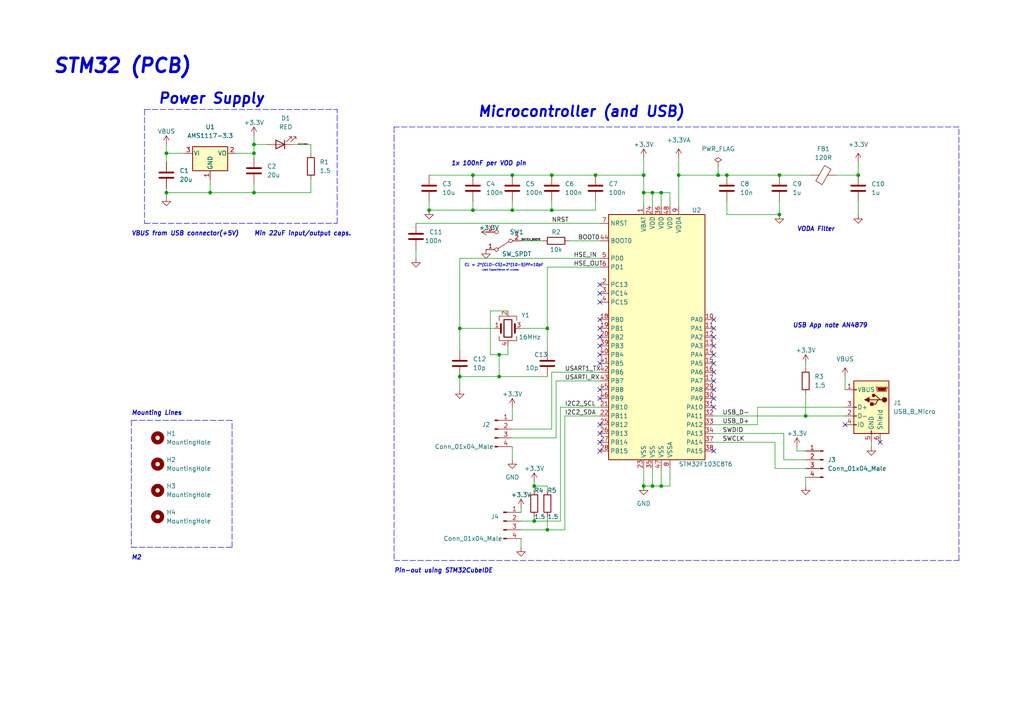
<source format=kicad_sch>
(kicad_sch (version 20211123) (generator eeschema)
  (paper "A4")
  (title_block (title "STM32(PCB)") (date "02-09-2022"))
  (lib_symbols
    (symbol "Connector:Conn_01x04_Male" (pin_names (offset 1.016) hide)
      (property "Reference" "J" (at 0 5.08 0))
      (property "Value" "Conn_01x04_Male" (at 0 -7.62 0))
      (symbol "Conn_01x04_Male_1_1"
        (polyline (pts (xy 1.27 -5.08) (xy 0.8636 -5.08)) (stroke (width 0.1524)))
        (polyline (pts (xy 1.27 -2.54) (xy 0.8636 -2.54)) (stroke (width 0.1524)))
        (polyline (pts (xy 1.27 0) (xy 0.8636 0)) (stroke (width 0.1524)))
        (polyline (pts (xy 1.27 2.54) (xy 0.8636 2.54)) (stroke (width 0.1524)))
        (rectangle (start 0.8636 -4.953) (end 0 -5.207) (stroke (width 0.1524)) (fill (type outline)))
        (rectangle (start 0.8636 -2.413) (end 0 -2.667) (stroke (width 0.1524)) (fill (type outline)))
        (rectangle (start 0.8636 0.127) (end 0 -0.127) (stroke (width 0.1524)) (fill (type outline)))
        (rectangle (start 0.8636 2.667) (end 0 2.413) (stroke (width 0.1524)) (fill (type outline)))
        (pin passive line (at 5.08 2.54 180) (length 3.81) (name "Pin_1") (number "1"))
        (pin passive line (at 5.08 0 180) (length 3.81) (name "Pin_2") (number "2"))
        (pin passive line (at 5.08 -2.54 180) (length 3.81) (name "Pin_3") (number "3"))
        (pin passive line (at 5.08 -5.08 180) (length 3.81) (name "Pin_4") (number "4"))
      )
    )
    (symbol "Connector:USB_B_Micro" (pin_names (offset 1.016))
      (property "Reference" "J" (at -5.08 11.43 0))
      (property "Value" "USB_B_Micro" (at -5.08 8.89 0))
      (symbol "USB_B_Micro_0_1"
        (rectangle (start -5.08 -7.62) (end 5.08 7.62) (stroke (width 0.254)) (fill (type background)))
        (circle (center -3.81 2.159) (radius 0.635) (stroke (width 0.254)) (fill (type outline)))
        (circle (center -0.635 3.429) (radius 0.381) (stroke (width 0.254)) (fill (type outline)))
        (rectangle (start -0.127 -7.62) (end 0.127 -6.858))
        (polyline (pts (xy -1.905 2.159) (xy 0.635 2.159)) (stroke (width 0.254)))
        (polyline (pts (xy -3.175 2.159) (xy -2.54 2.159) (xy -1.27 3.429) (xy -0.635 3.429)) (stroke (width 0.254)))
        (polyline (pts (xy -2.54 2.159) (xy -1.905 2.159) (xy -1.27 0.889) (xy 0 0.889)) (stroke (width 0.254)))
        (polyline (pts (xy 0.635 2.794) (xy 0.635 1.524) (xy 1.905 2.159) (xy 0.635 2.794)) (stroke (width 0.254)) (fill (type outline)))
        (polyline (pts (xy -4.318 5.588) (xy -1.778 5.588) (xy -2.032 4.826) (xy -4.064 4.826) (xy -4.318 5.588)) (fill (type outline)))
        (polyline (pts (xy -4.699 5.842) (xy -4.699 5.588) (xy -4.445 4.826) (xy -4.445 4.572) (xy -1.651 4.572) (xy -1.651 4.826) (xy -1.397 5.588) (xy -1.397 5.842) (xy -4.699 5.842)))
        (rectangle (start 0.254 1.27) (end -0.508 0.508) (stroke (width 0.254)) (fill (type outline)))
        (rectangle (start 5.08 -5.207) (end 4.318 -4.953))
        (rectangle (start 5.08 -2.667) (end 4.318 -2.413))
        (rectangle (start 5.08 -0.127) (end 4.318 0.127))
        (rectangle (start 5.08 4.953) (end 4.318 5.207))
      )
      (symbol "USB_B_Micro_1_1"
        (pin power_out line (at 7.62 5.08 180) (length 2.54) (name "VBUS") (number "1"))
        (pin bidirectional line (at 7.62 -2.54 180) (length 2.54) (name "D-") (number "2"))
        (pin bidirectional line (at 7.62 0 180) (length 2.54) (name "D+") (number "3"))
        (pin passive line (at 7.62 -5.08 180) (length 2.54) (name "ID") (number "4"))
        (pin power_out line (at 0 -10.16 90) (length 2.54) (name "GND") (number "5"))
        (pin passive line (at -2.54 -10.16 90) (length 2.54) (name "Shield") (number "6"))
      )
    )
    (symbol "Device:C" (pin_numbers hide) (pin_names (offset 0.254))
      (property "Reference" "C" (at 0.635 2.54 0))
      (property "Value" "C" (at 0.635 -2.54 0))
      (symbol "C_0_1"
        (polyline (pts (xy -2.032 -0.762) (xy 2.032 -0.762)) (stroke (width 0.508)))
        (polyline (pts (xy -2.032 0.762) (xy 2.032 0.762)) (stroke (width 0.508)))
      )
      (symbol "C_1_1"
        (pin passive line (at 0 3.81 270) (length 2.794) (name "~") (number "1"))
        (pin passive line (at 0 -3.81 90) (length 2.794) (name "~") (number "2"))
      )
    )
    (symbol "Device:Crystal_GND24" (pin_names (offset 1.016) hide)
      (property "Reference" "Y" (at 3.175 5.08 0))
      (property "Value" "Crystal_GND24" (at 3.175 3.175 0))
      (symbol "Crystal_GND24_0_1"
        (rectangle (start -1.143 2.54) (end 1.143 -2.54) (stroke (width 0.3048)))
        (polyline (pts (xy -2.54 0) (xy -2.032 0)))
        (polyline (pts (xy -2.032 -1.27) (xy -2.032 1.27)) (stroke (width 0.508)))
        (polyline (pts (xy 0 -3.81) (xy 0 -3.556)))
        (polyline (pts (xy 0 3.556) (xy 0 3.81)))
        (polyline (pts (xy 2.032 -1.27) (xy 2.032 1.27)) (stroke (width 0.508)))
        (polyline (pts (xy 2.032 0) (xy 2.54 0)))
        (polyline (pts (xy -2.54 -2.286) (xy -2.54 -3.556) (xy 2.54 -3.556) (xy 2.54 -2.286)))
        (polyline (pts (xy -2.54 2.286) (xy -2.54 3.556) (xy 2.54 3.556) (xy 2.54 2.286)))
      )
      (symbol "Crystal_GND24_1_1"
        (pin passive line (at -3.81 0 0) (length 1.27) (name "1") (number "1"))
        (pin passive line (at 0 5.08 270) (length 1.27) (name "2") (number "2"))
        (pin passive line (at 3.81 0 180) (length 1.27) (name "3") (number "3"))
        (pin passive line (at 0 -5.08 90) (length 1.27) (name "4") (number "4"))
      )
    )
    (symbol "Device:FerriteBead" (pin_numbers hide) (pin_names (offset 0))
      (property "Reference" "FB" (at -3.81 0.635 90))
      (property "Value" "FerriteBead" (at 3.81 0 90))
      (symbol "FerriteBead_0_1"
        (polyline (pts (xy 0 -1.27) (xy 0 -1.2192)))
        (polyline (pts (xy 0 1.27) (xy 0 1.2954)))
        (polyline (pts (xy -2.7686 0.4064) (xy -1.7018 2.2606) (xy 2.7686 -0.3048) (xy 1.6764 -2.159) (xy -2.7686 0.4064)))
      )
      (symbol "FerriteBead_1_1"
        (pin passive line (at 0 3.81 270) (length 2.54) (name "~") (number "1"))
        (pin passive line (at 0 -3.81 90) (length 2.54) (name "~") (number "2"))
      )
    )
    (symbol "Device:LED" (pin_numbers hide) (pin_names (offset 1.016) hide)
      (property "Reference" "D" (at 0 2.54 0))
      (property "Value" "LED" (at 0 -2.54 0))
      (symbol "LED_0_1"
        (polyline (pts (xy -1.27 -1.27) (xy -1.27 1.27)) (stroke (width 0.254)))
        (polyline (pts (xy -1.27 0) (xy 1.27 0)))
        (polyline (pts (xy 1.27 -1.27) (xy 1.27 1.27) (xy -1.27 0) (xy 1.27 -1.27)) (stroke (width 0.254)))
        (polyline (pts (xy -3.048 -0.762) (xy -4.572 -2.286) (xy -3.81 -2.286) (xy -4.572 -2.286) (xy -4.572 -1.524)))
        (polyline (pts (xy -1.778 -0.762) (xy -3.302 -2.286) (xy -2.54 -2.286) (xy -3.302 -2.286) (xy -3.302 -1.524)))
      )
      (symbol "LED_1_1"
        (pin passive line (at -3.81 0 0) (length 2.54) (name "K") (number "1"))
        (pin passive line (at 3.81 0 180) (length 2.54) (name "A") (number "2"))
      )
    )
    (symbol "Device:R" (pin_numbers hide) (pin_names (offset 0))
      (property "Reference" "R" (at 2.032 0 90))
      (property "Value" "R" (at 0 0 90))
      (symbol "R_0_1"
        (rectangle (start -1.016 -2.54) (end 1.016 2.54) (stroke (width 0.254)))
      )
      (symbol "R_1_1"
        (pin passive line (at 0 3.81 270) (length 1.27) (name "~") (number "1"))
        (pin passive line (at 0 -3.81 90) (length 1.27) (name "~") (number "2"))
      )
    )
    (symbol "MCU_ST_STM32F1:STM32F103C8Tx"
      (property "Reference" "U" (at -15.24 36.83 0))
      (property "Value" "STM32F103C8Tx" (at 7.62 36.83 0))
      (symbol "STM32F103C8Tx_0_1"
        (rectangle (start -15.24 -35.56) (end 12.7 35.56) (stroke (width 0.254)) (fill (type background)))
      )
      (symbol "STM32F103C8Tx_1_1"
        (pin power_in line (at -5.08 38.1 270) (length 2.54) (name "VBAT") (number "1"))
        (pin bidirectional line (at 15.24 5.08 180) (length 2.54) (name "PA0") (number "10"))
        (pin bidirectional line (at 15.24 2.54 180) (length 2.54) (name "PA1") (number "11"))
        (pin bidirectional line (at 15.24 0 180) (length 2.54) (name "PA2") (number "12"))
        (pin bidirectional line (at 15.24 -2.54 180) (length 2.54) (name "PA3") (number "13"))
        (pin bidirectional line (at 15.24 -5.08 180) (length 2.54) (name "PA4") (number "14"))
        (pin bidirectional line (at 15.24 -7.62 180) (length 2.54) (name "PA5") (number "15"))
        (pin bidirectional line (at 15.24 -10.16 180) (length 2.54) (name "PA6") (number "16"))
        (pin bidirectional line (at 15.24 -12.7 180) (length 2.54) (name "PA7") (number "17"))
        (pin bidirectional line (at -17.78 5.08 0) (length 2.54) (name "PB0") (number "18"))
        (pin bidirectional line (at -17.78 2.54 0) (length 2.54) (name "PB1") (number "19"))
        (pin bidirectional line (at -17.78 15.24 0) (length 2.54) (name "PC13") (number "2"))
        (pin bidirectional line (at -17.78 0 0) (length 2.54) (name "PB2") (number "20"))
        (pin bidirectional line (at -17.78 -20.32 0) (length 2.54) (name "PB10") (number "21"))
        (pin bidirectional line (at -17.78 -22.86 0) (length 2.54) (name "PB11") (number "22"))
        (pin power_in line (at -5.08 -38.1 90) (length 2.54) (name "VSS") (number "23"))
        (pin power_in line (at -2.54 38.1 270) (length 2.54) (name "VDD") (number "24"))
        (pin bidirectional line (at -17.78 -25.4 0) (length 2.54) (name "PB12") (number "25"))
        (pin bidirectional line (at -17.78 -27.94 0) (length 2.54) (name "PB13") (number "26"))
        (pin bidirectional line (at -17.78 -30.48 0) (length 2.54) (name "PB14") (number "27"))
        (pin bidirectional line (at -17.78 -33.02 0) (length 2.54) (name "PB15") (number "28"))
        (pin bidirectional line (at 15.24 -15.24 180) (length 2.54) (name "PA8") (number "29"))
        (pin bidirectional line (at -17.78 12.7 0) (length 2.54) (name "PC14") (number "3"))
        (pin bidirectional line (at 15.24 -17.78 180) (length 2.54) (name "PA9") (number "30"))
        (pin bidirectional line (at 15.24 -20.32 180) (length 2.54) (name "PA10") (number "31"))
        (pin bidirectional line (at 15.24 -22.86 180) (length 2.54) (name "PA11") (number "32"))
        (pin bidirectional line (at 15.24 -25.4 180) (length 2.54) (name "PA12") (number "33"))
        (pin bidirectional line (at 15.24 -27.94 180) (length 2.54) (name "PA13") (number "34"))
        (pin power_in line (at -2.54 -38.1 90) (length 2.54) (name "VSS") (number "35"))
        (pin power_in line (at 0 38.1 270) (length 2.54) (name "VDD") (number "36"))
        (pin bidirectional line (at 15.24 -30.48 180) (length 2.54) (name "PA14") (number "37"))
        (pin bidirectional line (at 15.24 -33.02 180) (length 2.54) (name "PA15") (number "38"))
        (pin bidirectional line (at -17.78 -2.54 0) (length 2.54) (name "PB3") (number "39"))
        (pin bidirectional line (at -17.78 10.16 0) (length 2.54) (name "PC15") (number "4"))
        (pin bidirectional line (at -17.78 -5.08 0) (length 2.54) (name "PB4") (number "40"))
        (pin bidirectional line (at -17.78 -7.62 0) (length 2.54) (name "PB5") (number "41"))
        (pin bidirectional line (at -17.78 -10.16 0) (length 2.54) (name "PB6") (number "42"))
        (pin bidirectional line (at -17.78 -12.7 0) (length 2.54) (name "PB7") (number "43"))
        (pin input line (at -17.78 27.94 0) (length 2.54) (name "BOOT0") (number "44"))
        (pin bidirectional line (at -17.78 -15.24 0) (length 2.54) (name "PB8") (number "45"))
        (pin bidirectional line (at -17.78 -17.78 0) (length 2.54) (name "PB9") (number "46"))
        (pin power_in line (at 0 -38.1 90) (length 2.54) (name "VSS") (number "47"))
        (pin power_in line (at 2.54 38.1 270) (length 2.54) (name "VDD") (number "48"))
        (pin input line (at -17.78 22.86 0) (length 2.54) (name "PD0") (number "5"))
        (pin input line (at -17.78 20.32 0) (length 2.54) (name "PD1") (number "6"))
        (pin input line (at -17.78 33.02 0) (length 2.54) (name "NRST") (number "7"))
        (pin power_in line (at 2.54 -38.1 90) (length 2.54) (name "VSSA") (number "8"))
        (pin power_in line (at 5.08 38.1 270) (length 2.54) (name "VDDA") (number "9"))
      )
    )
    (symbol "Mechanical:MountingHole" (pin_names (offset 1.016))
      (property "Reference" "H" (at 0 5.08 0))
      (property "Value" "MountingHole" (at 0 3.175 0))
      (symbol "MountingHole_0_1"
        (circle (center 0 0) (radius 1.27) (stroke (width 1.27)))
      )
    )
    (symbol "Regulator_Linear:AMS1117-3.3" (pin_names (offset 0.254))
      (property "Reference" "U" (at -3.81 3.175 0))
      (property "Value" "AMS1117-3.3" (at 0 3.175 0))
      (symbol "AMS1117-3.3_0_1"
        (rectangle (start -5.08 -5.08) (end 5.08 1.905) (stroke (width 0.254)) (fill (type background)))
      )
      (symbol "AMS1117-3.3_1_1"
        (pin power_in line (at 0 -7.62 90) (length 2.54) (name "GND") (number "1"))
        (pin power_out line (at 7.62 0 180) (length 2.54) (name "VO") (number "2"))
        (pin power_in line (at -7.62 0 0) (length 2.54) (name "VI") (number "3"))
      )
    )
    (symbol "Switch:SW_SPDT" (pin_names (offset 0) hide)
      (property "Reference" "SW" (at 0 4.318 0))
      (property "Value" "SW_SPDT" (at 0 -5.08 0))
      (symbol "SW_SPDT_0_0"
        (circle (center -2.032 0) (radius 0.508))
        (circle (center 2.032 -2.54) (radius 0.508))
      )
      (symbol "SW_SPDT_0_1"
        (polyline (pts (xy -1.524 0.254) (xy 1.651 2.286)))
        (circle (center 2.032 2.54) (radius 0.508))
      )
      (symbol "SW_SPDT_1_1"
        (pin passive line (at 5.08 2.54 180) (length 2.54) (name "A") (number "1"))
        (pin passive line (at -5.08 0 0) (length 2.54) (name "B") (number "2"))
        (pin passive line (at 5.08 -2.54 180) (length 2.54) (name "C") (number "3"))
      )
    )
    (symbol "power:+3.3V" (power) (pin_names (offset 0))
      (property "Value" "+3.3V" (at 0 3.556 0))
      (symbol "+3.3V_0_1"
        (polyline (pts (xy -0.762 1.27) (xy 0 2.54)))
        (polyline (pts (xy 0 0) (xy 0 2.54)))
        (polyline (pts (xy 0 2.54) (xy 0.762 1.27)))
      )
      (symbol "+3.3V_1_1"
        (pin power_in line (at 0 0 90) (length 0) hide (name "+3.3V") (number "1"))
      )
    )
    (symbol "power:+3.3VA" (power) (pin_names (offset 0))
      (property "Value" "+3.3VA" (at 0 3.556 0))
      (symbol "+3.3VA_0_1"
        (polyline (pts (xy -0.762 1.27) (xy 0 2.54)))
        (polyline (pts (xy 0 0) (xy 0 2.54)))
        (polyline (pts (xy 0 2.54) (xy 0.762 1.27)))
      )
      (symbol "+3.3VA_1_1"
        (pin power_in line (at 0 0 90) (length 0) hide (name "+3.3VA") (number "1"))
      )
    )
    (symbol "power:GND" (power) (pin_names (offset 0))
      (property "Value" "GND" (at 0 -3.81 0))
      (symbol "GND_0_1"
        (polyline (pts (xy 0 0) (xy 0 -1.27) (xy 1.27 -1.27) (xy 0 -2.54) (xy -1.27 -1.27) (xy 0 -1.27)))
      )
      (symbol "GND_1_1"
        (pin power_in line (at 0 0 270) (length 0) hide (name "GND") (number "1"))
      )
    )
    (symbol "power:PWR_FLAG" (power) (pin_numbers hide) (pin_names (offset 0) hide)
      (property "Value" "PWR_FLAG" (at 0 3.81 0))
      (symbol "PWR_FLAG_0_0"
        (pin power_out line (at 0 0 90) (length 0) (name "pwr") (number "1"))
      )
      (symbol "PWR_FLAG_0_1"
        (polyline (pts (xy 0 0) (xy 0 1.27) (xy -1.016 1.905) (xy 0 2.54) (xy 1.016 1.905) (xy 0 1.27)))
      )
    )
    (symbol "power:VBUS" (power) (pin_names (offset 0))
      (property "Value" "VBUS" (at 0 3.81 0))
      (symbol "VBUS_0_1"
        (polyline (pts (xy -0.762 1.27) (xy 0 2.54)))
        (polyline (pts (xy 0 0) (xy 0 2.54)))
        (polyline (pts (xy 0 2.54) (xy 0.762 1.27)))
      )
      (symbol "VBUS_1_1"
        (pin power_in line (at 0 0 90) (length 0) hide (name "VBUS") (number "1"))
      )
    )
  )
  (junction (at 137.16 50.8))
  (junction (at 191.77 140.97))
  (junction (at 137.16 60.96))
  (junction (at 226.06 50.8))
  (junction (at 208.28 50.8))
  (junction (at 189.23 140.97))
  (junction (at 73.66 44.45))
  (junction (at 226.06 62.23))
  (junction (at 144.78 109.22))
  (junction (at 48.26 44.45))
  (junction (at 148.59 50.8))
  (junction (at 124.46 60.96))
  (junction (at 144.78 102.87))
  (junction (at 186.69 55.88))
  (junction (at 172.72 50.8))
  (junction (at 73.66 41.91))
  (junction (at 191.77 55.88))
  (junction (at 73.66 55.88))
  (junction (at 196.85 50.8))
  (junction (at 48.26 55.88))
  (junction (at 133.35 109.22))
  (junction (at 133.35 95.25))
  (junction (at 189.23 55.88))
  (junction (at 186.69 50.8))
  (junction (at 60.96 55.88))
  (junction (at 160.02 50.8))
  (junction (at 233.68 120.65))
  (junction (at 148.59 60.96))
  (junction (at 210.82 50.8))
  (junction (at 154.94 151.13))
  (junction (at 186.69 140.97))
  (junction (at 248.92 50.8))
  (junction (at 160.02 60.96))
  (junction (at 158.75 95.25))
  (junction (at 154.94 140.97))
  (junction (at 158.75 153.67))
  (no_connect (at 207.01 130.81))
  (no_connect (at 173.99 113.03))
  (no_connect (at 173.99 123.19))
  (no_connect (at 173.99 125.73))
  (no_connect (at 173.99 128.27))
  (no_connect (at 173.99 130.81))
  (no_connect (at 173.99 95.25))
  (no_connect (at 173.99 97.79))
  (no_connect (at 173.99 100.33))
  (no_connect (at 173.99 115.57))
  (no_connect (at 173.99 102.87))
  (no_connect (at 173.99 105.41))
  (no_connect (at 173.99 82.55))
  (no_connect (at 173.99 85.09))
  (no_connect (at 173.99 87.63))
  (no_connect (at 173.99 92.71))
  (no_connect (at 245.11 123.19))
  (no_connect (at 255.27 128.27))
  (no_connect (at 207.01 118.11))
  (no_connect (at 207.01 115.57))
  (no_connect (at 207.01 113.03))
  (no_connect (at 207.01 110.49))
  (no_connect (at 207.01 107.95))
  (no_connect (at 207.01 105.41))
  (no_connect (at 207.01 102.87))
  (no_connect (at 207.01 100.33))
  (no_connect (at 207.01 97.79))
  (no_connect (at 207.01 95.25))
  (no_connect (at 207.01 92.71))
  (wire (pts (xy 245.11 118.11) (xy 219.71 118.11)))
  (wire (pts (xy 151.13 151.13) (xy 154.94 151.13)))
  (polyline (pts (xy 97.79 64.77) (xy 97.79 31.75)))
  (wire (pts (xy 231.14 129.54) (xy 231.14 130.81)))
  (wire (pts (xy 163.83 120.65) (xy 163.83 153.67)))
  (wire (pts (xy 151.13 156.21) (xy 151.13 158.75)))
  (wire (pts (xy 151.13 153.67) (xy 158.75 153.67)))
  (wire (pts (xy 160.02 124.46) (xy 160.02 107.95)))
  (wire (pts (xy 142.24 102.87) (xy 144.78 102.87)))
  (wire (pts (xy 144.78 109.22) (xy 158.75 109.22)))
  (wire (pts (xy 48.26 46.99) (xy 48.26 44.45)))
  (polyline (pts (xy 114.3 39.37) (xy 114.3 162.56)))
  (wire (pts (xy 158.75 77.47) (xy 173.99 77.47)))
  (wire (pts (xy 208.28 48.26) (xy 208.28 50.8)))
  (wire (pts (xy 207.01 123.19) (xy 219.71 123.19)))
  (wire (pts (xy 224.79 135.89) (xy 233.68 135.89)))
  (wire (pts (xy 248.92 46.99) (xy 248.92 50.8)))
  (wire (pts (xy 233.68 138.43) (xy 233.68 140.97)))
  (wire (pts (xy 210.82 58.42) (xy 210.82 62.23)))
  (wire (pts (xy 172.72 50.8) (xy 186.69 50.8)))
  (wire (pts (xy 140.97 67.31) (xy 142.24 67.31)))
  (wire (pts (xy 60.96 52.07) (xy 60.96 55.88)))
  (wire (pts (xy 133.35 95.25) (xy 133.35 74.93)))
  (wire (pts (xy 143.51 95.25) (xy 133.35 95.25)))
  (wire (pts (xy 194.31 55.88) (xy 191.77 55.88)))
  (wire (pts (xy 242.57 50.8) (xy 248.92 50.8)))
  (wire (pts (xy 147.32 100.33) (xy 147.32 102.87)))
  (wire (pts (xy 124.46 58.42) (xy 124.46 60.96)))
  (wire (pts (xy 73.66 39.37) (xy 73.66 41.91)))
  (wire (pts (xy 48.26 55.88) (xy 60.96 55.88)))
  (wire (pts (xy 158.75 95.25) (xy 158.75 101.6)))
  (wire (pts (xy 233.68 120.65) (xy 245.11 120.65)))
  (wire (pts (xy 219.71 118.11) (xy 219.71 123.19)))
  (wire (pts (xy 144.78 102.87) (xy 144.78 109.22)))
  (wire (pts (xy 196.85 59.69) (xy 196.85 50.8)))
  (wire (pts (xy 154.94 140.97) (xy 154.94 142.24)))
  (wire (pts (xy 224.79 128.27) (xy 224.79 135.89)))
  (wire (pts (xy 148.59 129.54) (xy 148.59 133.35)))
  (wire (pts (xy 189.23 140.97) (xy 186.69 140.97)))
  (wire (pts (xy 73.66 55.88) (xy 90.17 55.88)))
  (polyline (pts (xy 114.3 162.56) (xy 278.13 162.56)))
  (wire (pts (xy 194.31 59.69) (xy 194.31 55.88)))
  (polyline (pts (xy 114.3 36.83) (xy 114.3 39.37)))
  (wire (pts (xy 124.46 50.8) (xy 137.16 50.8)))
  (wire (pts (xy 210.82 50.8) (xy 226.06 50.8)))
  (wire (pts (xy 185.42 142.24) (xy 186.69 142.24)))
  (wire (pts (xy 151.13 147.32) (xy 151.13 148.59)))
  (polyline (pts (xy 41.91 31.75) (xy 41.91 64.77)))
  (wire (pts (xy 231.14 130.81) (xy 233.68 130.81)))
  (wire (pts (xy 194.31 140.97) (xy 191.77 140.97)))
  (wire (pts (xy 233.68 105.41) (xy 233.68 106.68)))
  (wire (pts (xy 160.02 107.95) (xy 173.99 107.95)))
  (wire (pts (xy 245.11 109.22) (xy 245.11 113.03)))
  (wire (pts (xy 189.23 55.88) (xy 186.69 55.88)))
  (wire (pts (xy 85.09 41.91) (xy 90.17 41.91)))
  (wire (pts (xy 186.69 45.72) (xy 186.69 50.8)))
  (wire (pts (xy 120.65 64.77) (xy 173.99 64.77)))
  (polyline (pts (xy 38.1 158.75) (xy 67.31 158.75)))
  (wire (pts (xy 207.01 120.65) (xy 233.68 120.65)))
  (wire (pts (xy 68.58 44.45) (xy 73.66 44.45)))
  (wire (pts (xy 191.77 55.88) (xy 189.23 55.88)))
  (wire (pts (xy 160.02 50.8) (xy 172.72 50.8)))
  (wire (pts (xy 137.16 50.8) (xy 148.59 50.8)))
  (wire (pts (xy 154.94 139.7) (xy 154.94 140.97)))
  (wire (pts (xy 148.59 127) (xy 161.29 127)))
  (polyline (pts (xy 278.13 162.56) (xy 278.13 36.83)))
  (wire (pts (xy 191.77 140.97) (xy 189.23 140.97)))
  (polyline (pts (xy 67.31 158.75) (xy 67.31 121.92)))
  (wire (pts (xy 148.59 60.96) (xy 160.02 60.96)))
  (wire (pts (xy 172.72 60.96) (xy 172.72 58.42)))
  (wire (pts (xy 233.68 114.3) (xy 233.68 120.65)))
  (wire (pts (xy 163.83 120.65) (xy 173.99 120.65)))
  (wire (pts (xy 133.35 109.22) (xy 133.35 113.03)))
  (wire (pts (xy 124.46 60.96) (xy 137.16 60.96)))
  (wire (pts (xy 148.59 118.11) (xy 148.59 121.92)))
  (wire (pts (xy 137.16 60.96) (xy 148.59 60.96)))
  (wire (pts (xy 90.17 55.88) (xy 90.17 52.07)))
  (wire (pts (xy 158.75 149.86) (xy 158.75 153.67)))
  (wire (pts (xy 73.66 41.91) (xy 73.66 44.45)))
  (wire (pts (xy 210.82 62.23) (xy 226.06 62.23)))
  (wire (pts (xy 227.33 133.35) (xy 233.68 133.35)))
  (wire (pts (xy 158.75 140.97) (xy 158.75 142.24)))
  (wire (pts (xy 226.06 58.42) (xy 226.06 62.23)))
  (wire (pts (xy 148.59 124.46) (xy 160.02 124.46)))
  (wire (pts (xy 252.73 128.27) (xy 252.73 129.54)))
  (wire (pts (xy 73.66 55.88) (xy 73.66 53.34)))
  (wire (pts (xy 154.94 151.13) (xy 162.56 151.13)))
  (wire (pts (xy 186.69 55.88) (xy 186.69 59.69)))
  (wire (pts (xy 90.17 41.91) (xy 90.17 44.45)))
  (wire (pts (xy 120.65 72.39) (xy 120.65 74.93)))
  (wire (pts (xy 162.56 118.11) (xy 173.99 118.11)))
  (wire (pts (xy 191.77 135.89) (xy 191.77 140.97)))
  (wire (pts (xy 154.94 140.97) (xy 158.75 140.97)))
  (wire (pts (xy 148.59 50.8) (xy 160.02 50.8)))
  (wire (pts (xy 158.75 153.67) (xy 163.83 153.67)))
  (wire (pts (xy 189.23 135.89) (xy 189.23 140.97)))
  (wire (pts (xy 161.29 110.49) (xy 173.99 110.49)))
  (wire (pts (xy 160.02 60.96) (xy 172.72 60.96)))
  (polyline (pts (xy 41.91 31.75) (xy 97.79 31.75)))
  (wire (pts (xy 165.1 69.85) (xy 173.99 69.85)))
  (wire (pts (xy 133.35 74.93) (xy 173.99 74.93)))
  (wire (pts (xy 148.59 58.42) (xy 148.59 60.96)))
  (wire (pts (xy 189.23 59.69) (xy 189.23 55.88)))
  (wire (pts (xy 48.26 44.45) (xy 53.34 44.45)))
  (wire (pts (xy 73.66 44.45) (xy 73.66 45.72)))
  (wire (pts (xy 226.06 50.8) (xy 234.95 50.8)))
  (wire (pts (xy 207.01 125.73) (xy 227.33 125.73)))
  (wire (pts (xy 207.01 128.27) (xy 224.79 128.27)))
  (wire (pts (xy 48.26 55.88) (xy 48.26 57.15)))
  (wire (pts (xy 154.94 149.86) (xy 154.94 151.13)))
  (wire (pts (xy 191.77 59.69) (xy 191.77 55.88)))
  (wire (pts (xy 133.35 109.22) (xy 144.78 109.22)))
  (wire (pts (xy 48.26 41.91) (xy 48.26 44.45)))
  (polyline (pts (xy 38.1 121.92) (xy 38.1 158.75)))
  (wire (pts (xy 73.66 41.91) (xy 77.47 41.91)))
  (wire (pts (xy 248.92 58.42) (xy 248.92 62.23)))
  (wire (pts (xy 158.75 95.25) (xy 158.75 77.47)))
  (wire (pts (xy 142.24 90.17) (xy 142.24 102.87)))
  (wire (pts (xy 48.26 54.61) (xy 48.26 55.88)))
  (wire (pts (xy 151.13 95.25) (xy 158.75 95.25)))
  (polyline (pts (xy 38.1 121.92) (xy 67.31 121.92)))
  (wire (pts (xy 161.29 127) (xy 161.29 110.49)))
  (wire (pts (xy 186.69 142.24) (xy 186.69 140.97)))
  (wire (pts (xy 196.85 45.72) (xy 196.85 50.8)))
  (wire (pts (xy 194.31 135.89) (xy 194.31 140.97)))
  (polyline (pts (xy 41.91 64.77) (xy 97.79 64.77)))
  (wire (pts (xy 137.16 58.42) (xy 137.16 60.96)))
  (wire (pts (xy 144.78 102.87) (xy 147.32 102.87)))
  (wire (pts (xy 151.13 69.85) (xy 157.48 69.85)))
  (wire (pts (xy 160.02 58.42) (xy 160.02 60.96)))
  (wire (pts (xy 60.96 55.88) (xy 73.66 55.88)))
  (wire (pts (xy 133.35 95.25) (xy 133.35 101.6)))
  (wire (pts (xy 227.33 125.73) (xy 227.33 133.35)))
  (wire (pts (xy 147.32 90.17) (xy 142.24 90.17)))
  (wire (pts (xy 208.28 50.8) (xy 210.82 50.8)))
  (polyline (pts (xy 278.13 36.83) (xy 114.3 36.83)))
  (wire (pts (xy 196.85 50.8) (xy 208.28 50.8)))
  (wire (pts (xy 186.69 140.97) (xy 186.69 135.89)))
  (wire (pts (xy 186.69 50.8) (xy 186.69 55.88)))
  (wire (pts (xy 162.56 151.13) (xy 162.56 118.11)))
  (text "STM32 (PCB)" (at 15.24 21.59 0) (effects (font (size 4 4) bold italic) (justify left bottom)))
  (text "1x 100nF per VOD pin" (at 130.81 48.26 0) (effects (font (size 1.27 1.27) bold italic) (justify left bottom)))
  (text "Mounting Lines" (at 38.1 120.65 0) (effects (font (size 1.27 1.27) bold italic) (justify left bottom)))
  (text "CL = 2*(CLO-CS)=2*(10-5)Pf=10pF" (at 134.62 77.47 0) (effects (font (size 0.8 0.8) bold italic) (justify left bottom)))
  (text "Power Supply" (at 45.72 30.48 0) (effects (font (size 3 3) bold italic) (justify left bottom)))
  (text "M2" (at 38.1 162.56 0) (effects (font (size 1.27 1.27) bold italic) (justify left bottom)))
  (text "VODA Filter" (at 231.14 67.31 0) (effects (font (size 1.27 1.27) bold italic) (justify left bottom)))
  (text "Load Capacitance of crystal" (at 139.7 78.74 0) (effects (font (size 0.5 0.5) bold) (justify left bottom)))
  (text "Pin-out using STM32CubeIDE" (at 114.3 166.37 0) (effects (font (size 1.27 1.27) bold italic) (justify left bottom)))
  (text "USB App note AN4879" (at 229.87 95.25 0) (effects (font (size 1.27 1.27) bold italic) (justify left bottom)))
  (text "Min 22uF input/output caps." (at 73.66 68.58 0) (effects (font (size 1.27 1.27) bold italic) (justify left bottom)))
  (text "VBUS from USB connector(+5V)" (at 38.1 68.58 0) (effects (font (size 1.27 1.27) bold italic) (justify left bottom)))
  (text "Microcontroller (and USB)" (at 138.43 34.29 0) (effects (font (size 3 3) bold italic) (justify left bottom)))
  (label "SWCLK" (at 209.55 128.27 0))
  (label "NRST" (at 160.02 64.77 0))
  (label "USART1_TX" (at 163.83 107.95 0))
  (label "I2C2_SCL" (at 163.83 118.11 0))
  (label "USARTI_RX" (at 163.83 110.49 0))
  (label "SWITCH_BOOT0" (at 151.13 69.85 0) (effects (font (size 0.5 0.5))))
  (label "BOOT0" (at 167.64 69.85 0))
  (label "USB_D-" (at 209.55 120.65 0))
  (label "I2C2_SDA" (at 163.83 120.65 0))
  (label "SWDIO" (at 209.55 125.73 0))
  (label "HSE_OUT" (at 166.37 77.47 0))
  (label "HSE_IN" (at 166.37 74.93 0))
  (label "power led cathode" (at 86.36 41.91 0) (effects (font (size 0.2 0.2))))
  (label "USB_D+" (at 209.55 123.19 0))
  (symbol (lib_id "Device:C") (at 120.65 68.58 0) (unit 1)
    (property "Reference" "C11" (at 124.46 67.31 0) (effects (justify left)))
    (property "Value" "100n" (at 123.19 69.85 0) (effects (justify left)))
    (property "Footprint" "Capacitor_SMD:C_0402_1005Metric" (effects hide))
  )
  (symbol (lib_id "Device:C") (at 148.59 54.61 0) (unit 1)
    (property "Reference" "C5" (at 152.4 53.3399 0) (effects (justify left)))
    (property "Value" "100n" (at 152.4 55.8799 0) (effects (justify left)))
    (property "Footprint" "Capacitor_SMD:C_0402_1005Metric" (effects hide))
  )
  (symbol (lib_id "Connector:Conn_01x04_Male") (at 146.05 151.13 0) (unit 1)
    (property "Reference" "J4" (at 143.51 149.86 0))
    (property "Value" "Conn_01x04_Male" (at 137.16 156.21 0))
    (property "Footprint" "Connector_PinHeader_2.54mm:PinHeader_1x04_P2.54mm_Vertical" (effects hide))
  )
  (symbol (lib_id "Device:C") (at 172.72 54.61 0) (unit 1)
    (property "Reference" "C7" (at 176.53 53.3399 0) (effects (justify left)))
    (property "Value" "100n" (at 176.53 55.8799 0) (effects (justify left)))
    (property "Footprint" "Capacitor_SMD:C_0402_1005Metric" (effects hide))
  )
  (symbol (lib_id "Mechanical:MountingHole") (at 45.72 127 0) (unit 1)
    (property "Reference" "H1" (at 48.26 125.7299 0) (effects (justify left)))
    (property "Value" "MountingHole" (at 48.26 128.2699 0) (effects (justify left)))
    (property "Footprint" "MountingHole:MountingHole_2.2mm_M2" (effects hide))
  )
  (symbol (lib_id "power:+3.3V") (at 73.66 39.37 0) (unit 1)
    (property "Reference" "#PWR03" (effects hide))
    (property "Value" "+3.3V" (at 73.66 35.56 0))
  )
  (symbol (lib_id "Device:C") (at 48.26 50.8 0) (unit 1)
    (property "Reference" "C1" (at 52.07 49.5299 0) (effects (justify left)))
    (property "Value" "20u" (at 52.07 52.0699 0) (effects (justify left)))
    (property "Footprint" "Capacitor_SMD:C_0805_2012Metric" (effects hide))
  )
  (symbol (lib_id "power:+3.3V") (at 233.68 105.41 0) (unit 1)
    (property "Reference" "#PWR018" (effects hide))
    (property "Value" "+3.3V" (at 233.68 101.6 0))
  )
  (symbol (lib_id "MCU_ST_STM32F1:STM32F103C8Tx") (at 191.77 97.79 0) (unit 1)
    (property "Reference" "U2" (at 200.66 60.96 0) (effects (justify left)))
    (property "Value" "STM32F103C8T6" (at 196.85 134.62 0) (effects (justify left)))
    (property "Footprint" "Package_QFP:LQFP-48_7x7mm_P0.5mm" (effects hide))
    (property "Datasheet" "http://www.st.com/st-web-ui/static/active/en/resource/technical/document/datasheet/CD00161566.pdf" (effects hide))
  )
  (symbol (lib_id "Connector:Conn_01x04_Male") (at 238.76 133.35 0) (mirror y) (unit 1)
    (property "Reference" "J3" (at 240.03 133.3499 0) (effects (justify right)))
    (property "Value" "Conn_01x04_Male" (at 240.03 135.8899 0) (effects (justify right)))
    (property "Footprint" "Connector_PinHeader_2.54mm:PinHeader_1x04_P2.54mm_Vertical" (effects hide))
  )
  (symbol (lib_id "power:+3.3V") (at 142.24 67.31 90) (unit 1)
    (property "Reference" "#PWR07" (effects hide))
    (property "Value" "+3.3V" (at 144.78 66.04 90) (effects (justify left)))
  )
  (symbol (lib_id "power:GND") (at 151.13 158.75 0) (unit 1)
    (property "Reference" "#PWR011" (effects hide))
    (property "Value" "GND" (effects hide))
  )
  (symbol (lib_id "power:+3.3V") (at 151.13 147.32 0) (unit 1)
    (property "Reference" "#PWR010" (effects hide))
    (property "Value" "+3.3V" (at 151.13 143.51 0))
  )
  (symbol (lib_id "Device:Crystal_GND24") (at 147.32 95.25 0) (unit 1)
    (property "Reference" "Y1" (at 152.4 91.44 0))
    (property "Value" "16MHz" (at 153.67 97.79 0))
    (property "Footprint" "Crystal:Crystal_SMD_3225-4Pin_3.2x2.5mm" (effects hide))
  )
  (symbol (lib_id "power:PWR_FLAG") (at 208.28 48.26 0) (unit 1)
    (property "Reference" "#FLG0101" (effects hide))
    (property "Value" "PWR_FLAG" (at 208.28 43.18 0))
  )
  (symbol (lib_id "power:GND") (at 252.73 129.54 0) (unit 1)
    (property "Reference" "#PWR022" (effects hide))
    (property "Value" "GND" (effects hide))
  )
  (symbol (lib_id "power:+3.3V") (at 148.59 118.11 0) (unit 1)
    (property "Reference" "#PWR08" (effects hide))
    (property "Value" "+3.3V" (at 148.59 114.3 0))
  )
  (symbol (lib_id "power:GND") (at 233.68 140.97 0) (unit 1)
    (property "Reference" "#PWR0101" (effects hide))
    (property "Value" "GND" (effects hide))
  )
  (symbol (lib_id "Device:R") (at 161.29 69.85 90) (unit 1)
    (property "Reference" "R2" (at 161.29 67.31 90))
    (property "Value" "10k" (at 161.29 72.39 90))
    (property "Footprint" "Resistor_SMD:R_0402_1005Metric" (effects hide))
  )
  (symbol (lib_id "Device:C") (at 248.92 54.61 0) (unit 1)
    (property "Reference" "C10" (at 252.73 53.3399 0) (effects (justify left)))
    (property "Value" "1u" (at 252.73 55.8799 0) (effects (justify left)))
    (property "Footprint" "Capacitor_SMD:C_0402_1005Metric" (effects hide))
  )
  (symbol (lib_id "Regulator_Linear:AMS1117-3.3") (at 60.96 44.45 0) (unit 1)
    (property "Reference" "U1" (at 60.96 36.83 0))
    (property "Value" "AMS1117-3.3" (at 60.96 39.37 0))
    (property "Footprint" "Package_TO_SOT_SMD:SOT-223-3_TabPin2" (effects hide))
    (property "Datasheet" "http://www.advanced-monolithic.com/pdf/ds1117.pdf" (effects hide))
  )
  (symbol (lib_id "Device:C") (at 133.35 105.41 0) (unit 1)
    (property "Reference" "C12" (at 137.16 104.1399 0) (effects (justify left)))
    (property "Value" "10p" (at 137.16 106.6799 0) (effects (justify left)))
    (property "Footprint" "Capacitor_SMD:C_0402_1005Metric" (effects hide))
  )
  (symbol (lib_id "power:GND") (at 248.92 62.23 0) (unit 1)
    (property "Reference" "#PWR021" (effects hide))
    (property "Value" "GND" (effects hide))
  )
  (symbol (lib_id "Device:R") (at 233.68 110.49 0) (unit 1)
    (property "Reference" "R3" (at 236.22 109.2199 0) (effects (justify left)))
    (property "Value" "1.5" (at 236.22 111.7599 0) (effects (justify left)))
    (property "Footprint" "Resistor_SMD:R_0402_1005Metric" (effects hide))
  )
  (symbol (lib_id "Device:R") (at 90.17 48.26 0) (unit 1)
    (property "Reference" "R1" (at 92.71 46.9899 0) (effects (justify left)))
    (property "Value" "1.5" (at 92.71 49.5299 0) (effects (justify left)))
    (property "Footprint" "Resistor_SMD:R_0402_1005Metric" (effects hide))
  )
  (symbol (lib_id "Switch:SW_SPDT") (at 146.05 69.85 180) (unit 1)
    (property "Reference" "SW1" (at 149.86 67.31 0))
    (property "Value" "SW_SPDT" (at 149.86 73.66 0))
    (property "Footprint" "Button_Switch_SMD:SW_SPDT_PCM12" (effects hide))
  )
  (symbol (lib_id "power:GND") (at 186.69 140.97 0) (unit 1)
    (property "Reference" "#PWR014" (effects hide))
    (property "Value" "GND" (at 186.69 146.05 0))
  )
  (symbol (lib_id "Mechanical:MountingHole") (at 45.72 134.62 0) (unit 1)
    (property "Reference" "H2" (at 48.26 133.3499 0) (effects (justify left)))
    (property "Value" "MountingHole" (at 48.26 135.8899 0) (effects (justify left)))
    (property "Footprint" "MountingHole:MountingHole_2.2mm_M2" (effects hide))
  )
  (symbol (lib_id "Device:C") (at 210.82 54.61 0) (unit 1)
    (property "Reference" "C8" (at 214.63 53.3399 0) (effects (justify left)))
    (property "Value" "10n" (at 214.63 55.8799 0) (effects (justify left)))
    (property "Footprint" "Capacitor_SMD:C_0402_1005Metric" (effects hide))
  )
  (symbol (lib_id "power:GND") (at 140.97 72.39 0) (unit 1)
    (property "Reference" "#PWR0102" (effects hide))
    (property "Value" "GND" (effects hide))
  )
  (symbol (lib_id "Connector:USB_B_Micro") (at 252.73 118.11 0) (mirror y) (unit 1)
    (property "Reference" "J1" (at 259.08 116.8399 0) (effects (justify right)))
    (property "Value" "USB_B_Micro" (at 259.08 119.3799 0) (effects (justify right)))
    (property "Footprint" "Connector_USB:USB_Micro-B_Wuerth_629105150521" (effects hide))
  )
  (symbol (lib_id "Device:C") (at 158.75 105.41 0) (unit 1)
    (property "Reference" "C13" (at 154.94 102.87 0) (effects (justify left)))
    (property "Value" "10p" (at 152.4 106.68 0) (effects (justify left)))
    (property "Footprint" "Capacitor_SMD:C_0402_1005Metric" (effects hide))
  )
  (symbol (lib_id "power:+3.3V") (at 231.14 129.54 0) (unit 1)
    (property "Reference" "#PWR017" (effects hide))
    (property "Value" "+3.3V" (at 231.14 125.73 0))
  )
  (symbol (lib_id "Device:C") (at 73.66 49.53 0) (unit 1)
    (property "Reference" "C2" (at 77.47 48.2599 0) (effects (justify left)))
    (property "Value" "20u" (at 77.47 50.7999 0) (effects (justify left)))
    (property "Footprint" "Capacitor_SMD:C_0805_2012Metric" (effects hide))
  )
  (symbol (lib_id "power:VBUS") (at 245.11 109.22 0) (unit 1)
    (property "Reference" "#PWR019" (effects hide))
    (property "Value" "VBUS" (at 245.11 104.14 0))
  )
  (symbol (lib_id "power:+3.3VA") (at 196.85 45.72 0) (unit 1)
    (property "Reference" "#PWR015" (effects hide))
    (property "Value" "+3.3VA" (at 196.85 40.64 0))
  )
  (symbol (lib_id "power:GND") (at 48.26 57.15 0) (unit 1)
    (property "Reference" "#PWR02" (effects hide))
    (property "Value" "GND" (effects hide))
  )
  (symbol (lib_id "Device:R") (at 158.75 146.05 0) (unit 1)
    (property "Reference" "R5" (at 158.75 142.24 0) (effects (justify left)))
    (property "Value" "1.5" (at 158.75 149.86 0) (effects (justify left)))
    (property "Footprint" "Resistor_SMD:R_0402_1005Metric" (effects hide))
  )
  (symbol (lib_id "Device:C") (at 137.16 54.61 0) (unit 1)
    (property "Reference" "C4" (at 140.97 53.3399 0) (effects (justify left)))
    (property "Value" "100n" (at 140.97 55.8799 0) (effects (justify left)))
    (property "Footprint" "Capacitor_SMD:C_0402_1005Metric" (effects hide))
  )
  (symbol (lib_id "Device:C") (at 160.02 54.61 0) (unit 1)
    (property "Reference" "C6" (at 163.83 53.3399 0) (effects (justify left)))
    (property "Value" "100n" (at 163.83 55.8799 0) (effects (justify left)))
    (property "Footprint" "Capacitor_SMD:C_0402_1005Metric" (effects hide))
  )
  (symbol (lib_id "power:GND") (at 120.65 74.93 0) (unit 1)
    (property "Reference" "#PWR04" (effects hide))
    (property "Value" "GND" (effects hide))
  )
  (symbol (lib_id "power:+3.3V") (at 186.69 45.72 0) (unit 1)
    (property "Reference" "#PWR013" (effects hide))
    (property "Value" "+3.3V" (at 186.69 41.91 0))
  )
  (symbol (lib_id "Mechanical:MountingHole") (at 45.72 149.86 0) (unit 1)
    (property "Reference" "H4" (at 48.26 148.5899 0) (effects (justify left)))
    (property "Value" "MountingHole" (at 48.26 151.1299 0) (effects (justify left)))
    (property "Footprint" "MountingHole:MountingHole_2.2mm_M2" (effects hide))
  )
  (symbol (lib_id "Device:FerriteBead") (at 238.76 50.8 270) (unit 1)
    (property "Reference" "FB1" (at 238.8108 43.18 90))
    (property "Value" "120R" (at 238.8108 45.72 90))
    (property "Footprint" "Inductor_SMD:L_0603_1608Metric" (effects hide))
  )
  (symbol (lib_id "power:GND") (at 148.59 133.35 0) (unit 1)
    (property "Reference" "#PWR09" (effects hide))
    (property "Value" "GND" (at 148.59 138.43 0))
  )
  (symbol (lib_id "Connector:Conn_01x04_Male") (at 143.51 124.46 0) (unit 1)
    (property "Reference" "J2" (at 140.97 123.19 0))
    (property "Value" "Conn_01x04_Male" (at 134.62 129.54 0))
    (property "Footprint" "Connector_PinHeader_2.54mm:PinHeader_1x04_P2.54mm_Vertical" (effects hide))
  )
  (symbol (lib_id "Device:LED") (at 81.28 41.91 180) (unit 1)
    (property "Reference" "D1" (at 82.8675 34.29 0))
    (property "Value" "RED" (at 82.8675 36.83 0))
    (property "Footprint" "LED_SMD:LED_0603_1608Metric" (effects hide))
  )
  (symbol (lib_id "power:GND") (at 124.46 60.96 0) (unit 1)
    (property "Reference" "#PWR05" (effects hide))
    (property "Value" "GND" (effects hide))
  )
  (symbol (lib_id "power:+3.3V") (at 154.94 139.7 0) (unit 1)
    (property "Reference" "#PWR012" (effects hide))
    (property "Value" "+3.3V" (at 154.94 135.89 0))
  )
  (symbol (lib_id "power:GND") (at 226.06 62.23 0) (unit 1)
    (property "Reference" "#PWR016" (effects hide))
    (property "Value" "GND" (effects hide))
  )
  (symbol (lib_id "power:GND") (at 133.35 113.03 0) (unit 1)
    (property "Reference" "#PWR06" (effects hide))
    (property "Value" "GND" (effects hide))
  )
  (symbol (lib_id "Mechanical:MountingHole") (at 45.72 142.24 0) (unit 1)
    (property "Reference" "H3" (at 48.26 140.9699 0) (effects (justify left)))
    (property "Value" "MountingHole" (at 48.26 143.5099 0) (effects (justify left)))
    (property "Footprint" "MountingHole:MountingHole_2.2mm_M2" (effects hide))
  )
  (symbol (lib_id "Device:C") (at 226.06 54.61 0) (unit 1)
    (property "Reference" "C9" (at 229.87 53.3399 0) (effects (justify left)))
    (property "Value" "1u" (at 229.87 55.8799 0) (effects (justify left)))
    (property "Footprint" "Capacitor_SMD:C_0402_1005Metric" (effects hide))
  )
  (symbol (lib_id "Device:R") (at 154.94 146.05 0) (unit 1)
    (property "Reference" "R4" (at 154.94 142.24 0) (effects (justify left)))
    (property "Value" "1.5" (at 154.94 149.86 0) (effects (justify left)))
    (property "Footprint" "Resistor_SMD:R_0402_1005Metric" (effects hide))
  )
  (symbol (lib_id "power:+3.3V") (at 248.92 46.99 0) (unit 1)
    (property "Reference" "#PWR020" (effects hide))
    (property "Value" "+3.3V" (at 248.92 41.91 0))
  )
  (symbol (lib_id "Device:C") (at 124.46 54.61 0) (unit 1)
    (property "Reference" "C3" (at 128.27 53.3399 0) (effects (justify left)))
    (property "Value" "10u" (at 128.27 55.8799 0) (effects (justify left)))
    (property "Footprint" "Capacitor_SMD:C_0603_1608Metric" (effects hide))
  )
  (symbol (lib_id "power:VBUS") (at 48.26 41.91 0) (unit 1)
    (property "Reference" "#PWR01" (effects hide))
    (property "Value" "VBUS" (at 48.26 38.1 0))
  )
)
</source>
